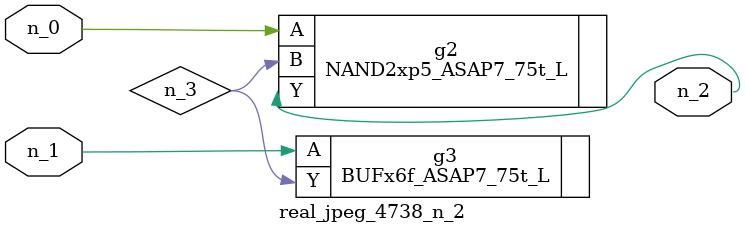
<source format=v>
module real_jpeg_4738_n_2 (n_1, n_0, n_2);

input n_1;
input n_0;

output n_2;

wire n_3;

NAND2xp5_ASAP7_75t_L g2 ( 
.A(n_0),
.B(n_3),
.Y(n_2)
);

BUFx6f_ASAP7_75t_L g3 ( 
.A(n_1),
.Y(n_3)
);


endmodule
</source>
